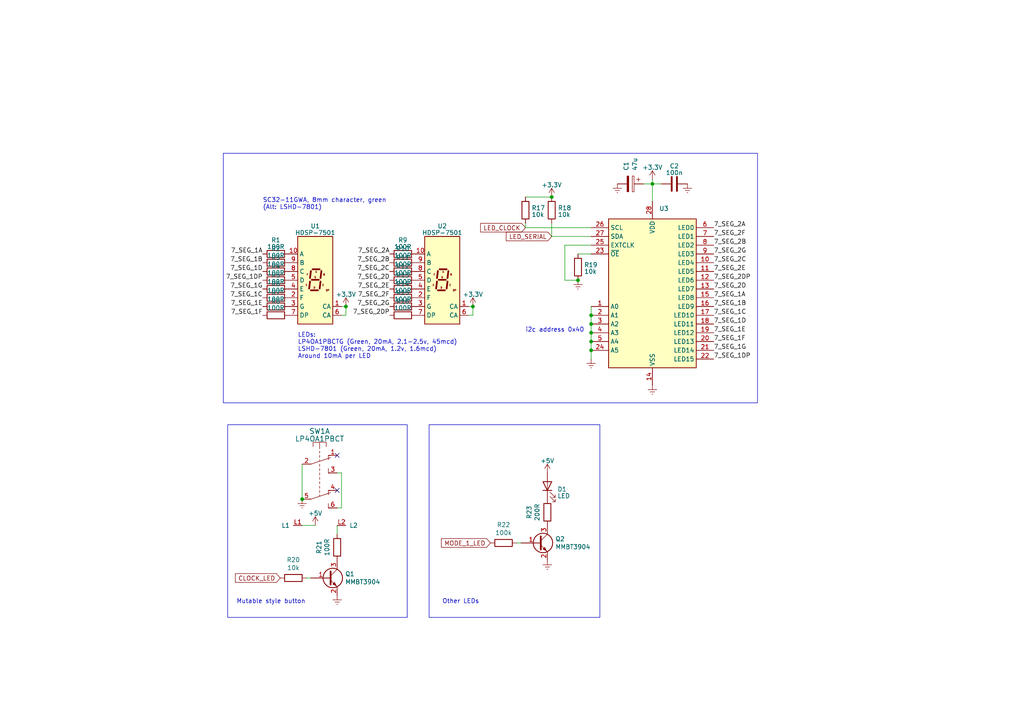
<source format=kicad_sch>
(kicad_sch (version 20230121) (generator eeschema)
  (paper "A4")
  (lib_symbols
    (symbol "+3.3V_1" (power) (pin_names (offset 0))
      (property "Value" "+3.3V_1" (at 0 3.556 0))
      (symbol "+3.3V_1_0_1"
        (polyline (pts (xy -0.762 1.27) (xy 0 2.54)))
        (polyline (pts (xy 0 0) (xy 0 2.54)))
        (polyline (pts (xy 0 2.54) (xy 0.762 1.27)))
      )
      (symbol "+3.3V_1_1_1"
        (pin power_in line (at 0 0 90) (length 0) hide (name "+3.3V") (number "1"))
      )
    )
    (symbol "Device:C" (pin_numbers hide) (pin_names (offset 0.254))
      (property "Reference" "C" (at 0.635 2.54 0))
      (property "Value" "C" (at 0.635 -2.54 0))
      (symbol "C_0_1"
        (polyline (pts (xy -2.032 -0.762) (xy 2.032 -0.762)) (stroke (width 0.508)))
        (polyline (pts (xy -2.032 0.762) (xy 2.032 0.762)) (stroke (width 0.508)))
      )
      (symbol "C_1_1"
        (pin passive line (at 0 3.81 270) (length 2.794) (name "~") (number "1"))
        (pin passive line (at 0 -3.81 90) (length 2.794) (name "~") (number "2"))
      )
    )
    (symbol "Device:C_Polarized" (pin_numbers hide) (pin_names (offset 0.254))
      (property "Reference" "C" (at 0.635 2.54 0))
      (property "Value" "C_Polarized" (at 0.635 -2.54 0))
      (symbol "C_Polarized_0_1"
        (rectangle (start -2.286 0.508) (end 2.286 1.016))
        (polyline (pts (xy -1.778 2.286) (xy -0.762 2.286)))
        (polyline (pts (xy -1.27 2.794) (xy -1.27 1.778)))
        (rectangle (start 2.286 -0.508) (end -2.286 -1.016) (fill (type outline)))
      )
      (symbol "C_Polarized_1_1"
        (pin passive line (at 0 3.81 270) (length 2.794) (name "~") (number "1"))
        (pin passive line (at 0 -3.81 90) (length 2.794) (name "~") (number "2"))
      )
    )
    (symbol "Device:LED" (pin_numbers hide) (pin_names (offset 1.016) hide)
      (property "Reference" "D" (at 0 2.54 0))
      (property "Value" "LED" (at 0 -2.54 0))
      (symbol "LED_0_1"
        (polyline (pts (xy -1.27 -1.27) (xy -1.27 1.27)) (stroke (width 0.254)))
        (polyline (pts (xy -1.27 0) (xy 1.27 0)))
        (polyline (pts (xy 1.27 -1.27) (xy 1.27 1.27) (xy -1.27 0) (xy 1.27 -1.27)) (stroke (width 0.254)))
        (polyline (pts (xy -3.048 -0.762) (xy -4.572 -2.286) (xy -3.81 -2.286) (xy -4.572 -2.286) (xy -4.572 -1.524)))
        (polyline (pts (xy -1.778 -0.762) (xy -3.302 -2.286) (xy -2.54 -2.286) (xy -3.302 -2.286) (xy -3.302 -1.524)))
      )
      (symbol "LED_1_1"
        (pin passive line (at -3.81 0 0) (length 2.54) (name "K") (number "1"))
        (pin passive line (at 3.81 0 180) (length 2.54) (name "A") (number "2"))
      )
    )
    (symbol "Device:R" (pin_numbers hide) (pin_names (offset 0))
      (property "Reference" "R" (at 2.032 0 90))
      (property "Value" "R" (at 0 0 90))
      (symbol "R_0_1"
        (rectangle (start -1.016 -2.54) (end 1.016 2.54) (stroke (width 0.254)))
      )
      (symbol "R_1_1"
        (pin passive line (at 0 3.81 270) (length 1.27) (name "~") (number "1"))
        (pin passive line (at 0 -3.81 90) (length 1.27) (name "~") (number "2"))
      )
    )
    (symbol "Display_Character:HDSP-7501"
      (property "Reference" "U" (at -3.81 13.97 0))
      (property "Value" "HDSP-7501" (at 6.35 13.97 0))
      (symbol "HDSP-7501_1_0"
        (text "A" (at 0.254 2.413 0) (effects (font (size 0.508 0.508))))
        (text "B" (at 2.54 1.651 0) (effects (font (size 0.508 0.508))))
        (text "C" (at 2.286 -1.397 0) (effects (font (size 0.508 0.508))))
        (text "D" (at -0.254 -2.159 0) (effects (font (size 0.508 0.508))))
        (text "DP" (at 3.556 -2.921 0) (effects (font (size 0.508 0.508))))
        (text "E" (at -2.54 -1.397 0) (effects (font (size 0.508 0.508))))
        (text "F" (at -2.286 1.651 0) (effects (font (size 0.508 0.508))))
        (text "G" (at 0 0.889 0) (effects (font (size 0.508 0.508))))
      )
      (symbol "HDSP-7501_1_1"
        (rectangle (start -5.08 12.7) (end 5.08 -12.7) (stroke (width 0.254)) (fill (type background)))
        (polyline (pts (xy -1.524 -0.381) (xy -1.778 -2.413)) (stroke (width 0.508)))
        (polyline (pts (xy -1.27 -2.921) (xy 0.762 -2.921)) (stroke (width 0.508)))
        (polyline (pts (xy -1.27 2.667) (xy -1.524 0.635)) (stroke (width 0.508)))
        (polyline (pts (xy -1.016 0.127) (xy 1.016 0.127)) (stroke (width 0.508)))
        (polyline (pts (xy -0.762 3.175) (xy 1.27 3.175)) (stroke (width 0.508)))
        (polyline (pts (xy 1.524 -0.381) (xy 1.27 -2.413)) (stroke (width 0.508)))
        (polyline (pts (xy 1.778 2.667) (xy 1.524 0.635)) (stroke (width 0.508)))
        (polyline (pts (xy 2.54 -2.921) (xy 2.54 -2.921)) (stroke (width 0.508)))
        (pin input line (at 7.62 -7.62 180) (length 2.54) (name "CA") (number "1"))
        (pin input line (at -7.62 7.62 0) (length 2.54) (name "A") (number "10"))
        (pin input line (at -7.62 -5.08 0) (length 2.54) (name "F") (number "2"))
        (pin input line (at -7.62 -7.62 0) (length 2.54) (name "G") (number "3"))
        (pin input line (at -7.62 -2.54 0) (length 2.54) (name "E") (number "4"))
        (pin input line (at -7.62 0 0) (length 2.54) (name "D") (number "5"))
        (pin input line (at 7.62 -10.16 180) (length 2.54) (name "CA") (number "6"))
        (pin input line (at -7.62 -10.16 0) (length 2.54) (name "DP") (number "7"))
        (pin input line (at -7.62 2.54 0) (length 2.54) (name "C") (number "8"))
        (pin input line (at -7.62 5.08 0) (length 2.54) (name "B") (number "9"))
      )
    )
    (symbol "Divergent Waves:LP4OA1PBCT" (pin_names (offset 1.016))
      (property "Reference" "SW1" (at 7.62 6.35 0))
      (property "Value" "LP4OA1PBCT" (at -6.35 11.43 0))
      (symbol "LP4OA1PBCT_1_0"
        (polyline (pts (xy -3.175 -6.35) (xy -2.54 -6.35)))
        (polyline (pts (xy -3.175 3.81) (xy -2.54 3.81)))
        (polyline (pts (xy -2.54 -6.35) (xy 3.175 -4.445)))
        (polyline (pts (xy -2.54 3.81) (xy 3.175 5.715)))
        (polyline (pts (xy -1.905 10.16) (xy -1.905 8.89)))
        (polyline (pts (xy 0 -5.461) (xy 0 -5.08)))
        (polyline (pts (xy 0 -4.445) (xy 0 -3.81)))
        (polyline (pts (xy 0 -3.175) (xy 0 -2.54)))
        (polyline (pts (xy 0 -1.905) (xy 0 -1.27)))
        (polyline (pts (xy 0 -0.635) (xy 0 0)))
        (polyline (pts (xy 0 0.635) (xy 0 1.27)))
        (polyline (pts (xy 0 1.905) (xy 0 2.54)))
        (polyline (pts (xy 0 3.175) (xy 0 3.81)))
        (polyline (pts (xy 0 4.699) (xy 0 5.08)))
        (polyline (pts (xy 0 5.715) (xy 0 6.35)))
        (polyline (pts (xy 0 6.985) (xy 0 7.62)))
        (polyline (pts (xy 0 10.16) (xy -1.905 10.16)))
        (polyline (pts (xy 0 10.16) (xy 0 8.255)))
        (polyline (pts (xy 1.905 10.16) (xy 0 10.16)))
        (polyline (pts (xy 1.905 10.16) (xy 1.905 8.89)))
        (polyline (pts (xy 2.54 -8.89) (xy 3.175 -8.89)))
        (polyline (pts (xy 2.54 -7.62) (xy 2.54 -8.89)))
        (polyline (pts (xy 2.54 -3.81) (xy 2.54 -5.08)))
        (polyline (pts (xy 2.54 -3.81) (xy 3.175 -3.81)))
        (polyline (pts (xy 2.54 1.27) (xy 3.175 1.27)))
        (polyline (pts (xy 2.54 2.54) (xy 2.54 1.27)))
        (polyline (pts (xy 2.54 6.35) (xy 2.54 5.08)))
        (polyline (pts (xy 2.54 6.35) (xy 3.175 6.35)))
        (pin passive line (at 5.08 6.35 180) (length 2.54) (name "A1") (number "1"))
        (pin passive line (at -5.08 3.81 0) (length 2.54) (name "A2") (number "2"))
        (pin passive line (at 5.08 1.27 180) (length 2.54) (name "A3") (number "3"))
        (pin passive line (at 5.08 -3.81 180) (length 2.54) (name "B1") (number "4"))
        (pin passive line (at -5.08 -6.35 0) (length 2.54) (name "B2") (number "5"))
        (pin passive line (at 5.08 -8.89 180) (length 2.54) (name "B3") (number "6"))
      )
      (symbol "LP4OA1PBCT_1_1"
        (pin input line (at -5.08 -13.97 180) (length 2.54) (name "L1") (number "L1"))
        (pin output line (at 5.08 -13.97 0) (length 2.54) (name "L2") (number "L2"))
      )
      (symbol "LP4OA1PBCT_2_0"
        (polyline (pts (xy -2.032 1.778) (xy -3.429 0.381)))
        (polyline (pts (xy -1.905 0.635) (xy -3.302 -0.762)))
        (polyline (pts (xy 0 0) (xy -1.27 0)))
        (polyline (pts (xy 0 0) (xy -1.27 2.54)))
        (polyline (pts (xy 0 2.54) (xy -1.27 2.54)))
        (polyline (pts (xy 0 2.54) (xy 0 0)))
        (polyline (pts (xy 1.27 0) (xy 0 0)))
        (polyline (pts (xy 1.27 2.54) (xy 0 0)))
        (polyline (pts (xy 1.27 2.54) (xy 0 2.54)))
        (polyline (pts (xy -3.429 0.381) (xy -3.048 1.27) (xy -2.54 0.762)) (fill (type outline)))
        (polyline (pts (xy -3.302 -0.762) (xy -2.921 0.127) (xy -2.413 -0.381)) (fill (type outline)))
        (pin passive line (at 0 5.08 270) (length 2.54) (name "L1") (number "L1"))
        (pin passive line (at 0 -2.54 90) (length 2.54) (name "L2") (number "L2"))
      )
    )
    (symbol "Driver_LED:PCA9685PW"
      (property "Reference" "U" (at -12.7 22.225 0))
      (property "Value" "PCA9685PW" (at 1.27 22.225 0))
      (symbol "PCA9685PW_0_1"
        (rectangle (start -12.7 20.32) (end 12.7 -22.86) (stroke (width 0.254)) (fill (type background)))
      )
      (symbol "PCA9685PW_1_1"
        (pin input line (at -17.78 -5.08 0) (length 5.08) (name "A0") (number "1"))
        (pin output line (at 17.78 7.62 180) (length 5.08) (name "LED4") (number "10"))
        (pin output line (at 17.78 5.08 180) (length 5.08) (name "LED5") (number "11"))
        (pin output line (at 17.78 2.54 180) (length 5.08) (name "LED6") (number "12"))
        (pin output line (at 17.78 0 180) (length 5.08) (name "LED7") (number "13"))
        (pin power_in line (at 0 -27.94 90) (length 5.08) (name "VSS") (number "14"))
        (pin output line (at 17.78 -2.54 180) (length 5.08) (name "LED8") (number "15"))
        (pin output line (at 17.78 -5.08 180) (length 5.08) (name "LED9") (number "16"))
        (pin output line (at 17.78 -7.62 180) (length 5.08) (name "LED10") (number "17"))
        (pin output line (at 17.78 -10.16 180) (length 5.08) (name "LED11") (number "18"))
        (pin output line (at 17.78 -12.7 180) (length 5.08) (name "LED12") (number "19"))
        (pin input line (at -17.78 -7.62 0) (length 5.08) (name "A1") (number "2"))
        (pin output line (at 17.78 -15.24 180) (length 5.08) (name "LED13") (number "20"))
        (pin output line (at 17.78 -17.78 180) (length 5.08) (name "LED14") (number "21"))
        (pin output line (at 17.78 -20.32 180) (length 5.08) (name "LED15") (number "22"))
        (pin input line (at -17.78 10.16 0) (length 5.08) (name "~{OE}") (number "23"))
        (pin input line (at -17.78 -17.78 0) (length 5.08) (name "A5") (number "24"))
        (pin input line (at -17.78 12.7 0) (length 5.08) (name "EXTCLK") (number "25"))
        (pin input line (at -17.78 17.78 0) (length 5.08) (name "SCL") (number "26"))
        (pin bidirectional line (at -17.78 15.24 0) (length 5.08) (name "SDA") (number "27"))
        (pin power_in line (at 0 25.4 270) (length 5.08) (name "VDD") (number "28"))
        (pin input line (at -17.78 -10.16 0) (length 5.08) (name "A2") (number "3"))
        (pin input line (at -17.78 -12.7 0) (length 5.08) (name "A3") (number "4"))
        (pin input line (at -17.78 -15.24 0) (length 5.08) (name "A4") (number "5"))
        (pin output line (at 17.78 17.78 180) (length 5.08) (name "LED0") (number "6"))
        (pin output line (at 17.78 15.24 180) (length 5.08) (name "LED1") (number "7"))
        (pin output line (at 17.78 12.7 180) (length 5.08) (name "LED2") (number "8"))
        (pin output line (at 17.78 10.16 180) (length 5.08) (name "LED3") (number "9"))
      )
    )
    (symbol "Transistor_BJT:MMBT3904" (pin_names (offset 0) hide)
      (property "Reference" "Q" (at 5.08 1.905 0))
      (property "Value" "MMBT3904" (at 5.08 0 0))
      (symbol "MMBT3904_0_1"
        (polyline (pts (xy 0.635 0.635) (xy 2.54 2.54)))
        (polyline (pts (xy 0.635 -0.635) (xy 2.54 -2.54) (xy 2.54 -2.54)))
        (polyline (pts (xy 0.635 1.905) (xy 0.635 -1.905) (xy 0.635 -1.905)) (stroke (width 0.508)))
        (polyline (pts (xy 1.27 -1.778) (xy 1.778 -1.27) (xy 2.286 -2.286) (xy 1.27 -1.778) (xy 1.27 -1.778)) (fill (type outline)))
        (circle (center 1.27 0) (radius 2.8194) (stroke (width 0.254)))
      )
      (symbol "MMBT3904_1_1"
        (pin input line (at -5.08 0 0) (length 5.715) (name "B") (number "1"))
        (pin passive line (at 2.54 -5.08 90) (length 2.54) (name "E") (number "2"))
        (pin passive line (at 2.54 5.08 270) (length 2.54) (name "C") (number "3"))
      )
    )
    (symbol "power:+5V" (power) (pin_names (offset 0))
      (property "Value" "+5V" (at 0 3.556 0))
      (symbol "+5V_0_1"
        (polyline (pts (xy -0.762 1.27) (xy 0 2.54)))
        (polyline (pts (xy 0 0) (xy 0 2.54)))
        (polyline (pts (xy 0 2.54) (xy 0.762 1.27)))
      )
      (symbol "+5V_1_1"
        (pin power_in line (at 0 0 90) (length 0) hide (name "+5V") (number "1"))
      )
    )
    (symbol "power:Earth" (power) (pin_names (offset 0))
      (symbol "Earth_0_1"
        (polyline (pts (xy -0.635 -1.905) (xy 0.635 -1.905)))
        (polyline (pts (xy -0.127 -2.54) (xy 0.127 -2.54)))
        (polyline (pts (xy 0 -1.27) (xy 0 0)))
        (polyline (pts (xy 1.27 -1.27) (xy -1.27 -1.27)))
      )
      (symbol "Earth_1_1"
        (pin power_in line (at 0 0 270) (length 0) hide (name "Earth") (number "1"))
      )
    )
  )
  (junction (at 100.33 88.9))
  (junction (at 171.45 91.44))
  (junction (at 137.16 88.9))
  (junction (at 171.45 93.98))
  (junction (at 167.64 81.28))
  (junction (at 171.45 96.52))
  (junction (at 160.02 57.15))
  (junction (at 189.23 53.34))
  (junction (at 87.63 144.78))
  (junction (at 171.45 101.6))
  (junction (at 171.45 99.06))
  (no_connect (at 97.79 132.08))
  (no_connect (at 97.79 142.24))
  (wire (pts (xy 97.79 137.16) (xy 99.06 137.16)))
  (wire (pts (xy 160.02 68.58) (xy 171.45 68.58)))
  (wire (pts (xy 160.02 64.77) (xy 160.02 68.58)))
  (wire (pts (xy 171.45 99.06) (xy 171.45 101.6)))
  (wire (pts (xy 163.83 71.12) (xy 163.83 81.28)))
  (wire (pts (xy 137.16 88.9) (xy 135.89 88.9)))
  (wire (pts (xy 171.45 93.98) (xy 171.45 96.52)))
  (wire (pts (xy 137.16 88.9) (xy 137.16 91.44)))
  (wire (pts (xy 152.4 57.15) (xy 160.02 57.15)))
  (wire (pts (xy 99.06 137.16) (xy 99.06 147.32)))
  (wire (pts (xy 171.45 71.12) (xy 163.83 71.12)))
  (wire (pts (xy 171.45 96.52) (xy 171.45 99.06)))
  (wire (pts (xy 163.83 81.28) (xy 167.64 81.28)))
  (wire (pts (xy 189.23 53.34) (xy 189.23 58.42)))
  (wire (pts (xy 88.9 167.64) (xy 90.17 167.64)))
  (wire (pts (xy 99.06 147.32) (xy 97.79 147.32)))
  (wire (pts (xy 152.4 66.04) (xy 171.45 66.04)))
  (wire (pts (xy 100.33 88.9) (xy 100.33 91.44)))
  (wire (pts (xy 171.45 88.9) (xy 171.45 91.44)))
  (wire (pts (xy 137.16 91.44) (xy 135.89 91.44)))
  (wire (pts (xy 100.33 88.9) (xy 99.06 88.9)))
  (wire (pts (xy 87.63 134.62) (xy 87.63 144.78)))
  (wire (pts (xy 97.79 152.4) (xy 97.79 154.94)))
  (wire (pts (xy 100.33 91.44) (xy 99.06 91.44)))
  (wire (pts (xy 189.23 53.34) (xy 191.77 53.34)))
  (wire (pts (xy 189.23 52.07) (xy 189.23 53.34)))
  (wire (pts (xy 87.63 152.4) (xy 91.44 152.4)))
  (wire (pts (xy 171.45 91.44) (xy 171.45 93.98)))
  (wire (pts (xy 149.86 157.48) (xy 151.13 157.48)))
  (wire (pts (xy 152.4 64.77) (xy 152.4 66.04)))
  (wire (pts (xy 186.69 53.34) (xy 189.23 53.34)))
  (wire (pts (xy 171.45 101.6) (xy 171.45 104.14)))
  (wire (pts (xy 167.64 73.66) (xy 171.45 73.66)))
  (rectangle (start 64.77 44.45) (end 219.71 116.84))
  (rectangle (start 124.46 123.19) (end 173.99 179.07))
  (rectangle (start 66.04 123.19) (end 118.11 179.07))
  (text "Other LEDs" (at 128.27 175.26 0) (effects (font (size 1.27 1.27)) (justify left bottom)))
  (text "Mutable style button" (at 68.58 175.26 0) (effects (font (size 1.27 1.27)) (justify left bottom)))
  (text "LEDs:\nLP4OA1PBCTG (Green, 20mA, 2.1-2.5v, 45mcd)\nLSHD-7801 (Green, 20mA, 1.2v, 1.6mcd)\nAround 10mA per LED" (at 86.36 104.14 0) (effects (font (size 1.27 1.27)) (justify left bottom)))
  (text "SC32-11GWA, 8mm character, green\n(Alt: LSHD-7801)" (at 76.2 60.96 0) (effects (font (size 1.27 1.27)) (justify left bottom)))
  (text "i2c address 0x40" (at 152.4 96.52 0) (effects (font (size 1.27 1.27)) (justify left bottom)))
  (label "7_SEG_2G" (at 207.01 73.66 0))
  (label "7_SEG_2DP" (at 113.03 91.44 180))
  (label "7_SEG_1A" (at 76.2 73.66 180))
  (label "7_SEG_1B" (at 76.2 76.2 180))
  (label "7_SEG_1C" (at 76.2 86.36 180))
  (label "7_SEG_2C" (at 207.01 76.2 0))
  (label "7_SEG_2D" (at 207.01 83.82 0))
  (label "7_SEG_1F" (at 207.01 99.06 0))
  (label "7_SEG_2C" (at 113.03 78.74 180))
  (label "7_SEG_2E" (at 207.01 78.74 0))
  (label "7_SEG_1G" (at 76.2 83.82 180))
  (label "7_SEG_1DP" (at 76.2 81.28 180))
  (label "7_SEG_2B" (at 207.01 71.12 0))
  (label "7_SEG_2E" (at 113.03 83.82 180))
  (label "7_SEG_2DP" (at 207.01 81.28 0))
  (label "7_SEG_2F" (at 113.03 86.36 180))
  (label "7_SEG_1C" (at 207.01 91.44 0))
  (label "7_SEG_1E" (at 207.01 96.52 0))
  (label "7_SEG_2A" (at 207.01 66.04 0))
  (label "7_SEG_1A" (at 207.01 86.36 0))
  (label "7_SEG_1E" (at 76.2 88.9 180))
  (label "7_SEG_1G" (at 207.01 101.6 0))
  (label "7_SEG_1F" (at 76.2 91.44 180))
  (label "7_SEG_2G" (at 113.03 88.9 180))
  (label "7_SEG_1B" (at 207.01 88.9 0))
  (label "7_SEG_2F" (at 207.01 68.58 0))
  (label "7_SEG_2A" (at 113.03 73.66 180))
  (label "7_SEG_2B" (at 113.03 76.2 180))
  (label "7_SEG_1D" (at 76.2 78.74 180))
  (label "7_SEG_1D" (at 207.01 93.98 0))
  (label "7_SEG_1DP" (at 207.01 104.14 0))
  (label "7_SEG_2D" (at 113.03 81.28 180))
  (global_label "LED_CLOCK" (shape input) (at 152.4 66.04 180) (property "Intersheetrefs" "${INTERSHEET_REFS}" (effects hide)))
  (global_label "MODE_1_LED" (shape input) (at 142.24 157.48 180) (property "Intersheetrefs" "${INTERSHEET_REFS}" (effects hide)))
  (global_label "CLOCK_LED" (shape input) (at 81.28 167.64 180) (property "Intersheetrefs" "${INTERSHEET_REFS}" (effects hide)))
  (global_label "LED_SERIAL" (shape input) (at 160.02 68.58 180) (property "Intersheetrefs" "${INTERSHEET_REFS}" (effects hide)))
  (symbol (lib_id "Device:R") (at 80.01 76.2 90) (unit 1)
    (property "Reference" "R2" (at 80.01 72.1741 90))
    (property "Value" "100R" (at 80.01 74.0951 90))
    (property "Footprint" "Resistor_SMD:R_0603_1608Metric" (effects hide))
  )
  (symbol (lib_id "Device:R") (at 116.84 86.36 90) (unit 1)
    (property "Reference" "R14" (at 116.84 82.3341 90))
    (property "Value" "100R" (at 116.84 84.2551 90))
    (property "Footprint" "Resistor_SMD:R_0603_1608Metric" (effects hide))
  )
  (symbol (lib_id "power:Earth") (at 199.39 53.34 0) (unit 1)
    (property "Reference" "#PWR09" (effects hide))
    (property "Value" "Earth" (effects hide))
  )
  (symbol (lib_id "Display_Character:HDSP-7501") (at 91.44 81.28 0) (unit 1)
    (property "Reference" "U1" (at 91.44 65.5701 0))
    (property "Value" "HDSP-7501" (at 91.44 67.4911 0))
    (property "Footprint" "Display_7Segment:HDSP-A151" (effects hide))
    (property "Datasheet" "https://docs.broadcom.com/docs/AV02-2553EN" (effects hide))
  )
  (symbol (lib_id "Device:R") (at 116.84 88.9 90) (unit 1)
    (property "Reference" "R15" (at 116.84 84.8741 90))
    (property "Value" "100R" (at 116.84 86.7951 90))
    (property "Footprint" "Resistor_SMD:R_0603_1608Metric" (effects hide))
  )
  (symbol (lib_id "Device:R") (at 116.84 83.82 90) (unit 1)
    (property "Reference" "R13" (at 116.84 79.7941 90))
    (property "Value" "100R" (at 116.84 81.7151 90))
    (property "Footprint" "Resistor_SMD:R_0603_1608Metric" (effects hide))
  )
  (symbol (lib_id "Device:R") (at 80.01 91.44 90) (unit 1)
    (property "Reference" "R8" (at 80.01 87.4141 90))
    (property "Value" "100R" (at 80.01 89.3351 90))
    (property "Footprint" "Resistor_SMD:R_0603_1608Metric" (effects hide))
  )
  (symbol (lib_id "Device:R") (at 97.79 158.75 0) (unit 1)
    (property "Reference" "R21" (at 92.5322 158.75 90))
    (property "Value" "100R" (at 94.8436 158.75 90))
    (property "Footprint" "Resistor_SMD:R_0603_1608Metric" (effects hide))
  )
  (symbol (lib_id "Device:LED") (at 158.75 140.97 90) (unit 1)
    (property "Reference" "D1" (at 161.671 141.9138 90) (effects (justify right)))
    (property "Value" "LED" (at 161.671 143.8348 90) (effects (justify right)))
    (property "Footprint" "LED_SMD:LED_0805_2012Metric" (effects hide))
  )
  (symbol (lib_id "Device:R") (at 160.02 60.96 0) (unit 1)
    (property "Reference" "R18" (at 161.798 60.3163 0) (effects (justify left)))
    (property "Value" "10k" (at 161.798 62.2373 0) (effects (justify left)))
    (property "Footprint" "Resistor_SMD:R_0603_1608Metric" (effects hide))
  )
  (symbol (lib_id "Device:R") (at 116.84 76.2 90) (unit 1)
    (property "Reference" "R10" (at 116.84 72.1741 90))
    (property "Value" "100R" (at 116.84 74.0951 90))
    (property "Footprint" "Resistor_SMD:R_0603_1608Metric" (effects hide))
  )
  (symbol (lib_id "Transistor_BJT:MMBT3904") (at 95.25 167.64 0) (unit 1)
    (property "Reference" "Q1" (at 100.1014 166.4716 0) (effects (justify left)))
    (property "Value" "MMBT3904" (at 100.1014 168.783 0) (effects (justify left)))
    (property "Footprint" "Package_TO_SOT_SMD:SOT-23" (effects hide))
    (property "Datasheet" "https://www.fairchildsemi.com/datasheets/2N/2N3904.pdf" (effects hide))
  )
  (symbol (lib_id "Device:R") (at 158.75 148.59 0) (unit 1)
    (property "Reference" "R23" (at 153.4922 148.59 90))
    (property "Value" "200R" (at 155.8036 148.59 90))
    (property "Footprint" "Resistor_SMD:R_0603_1608Metric" (effects hide))
  )
  (symbol (lib_id "power:+5V") (at 158.75 137.16 0) (unit 1)
    (property "Reference" "#PWR013" (effects hide))
    (property "Value" "+5V" (at 158.75 133.6581 0))
  )
  (symbol (lib_id "Device:C") (at 195.58 53.34 90) (unit 1)
    (property "Reference" "C2" (at 195.58 48.1711 90))
    (property "Value" "100n" (at 195.58 50.0921 90))
    (property "Footprint" "Capacitor_SMD:C_0603_1608Metric" (effects hide))
  )
  (symbol (lib_id "power:Earth") (at 171.45 104.14 0) (unit 1)
    (property "Reference" "#PWR05" (effects hide))
    (property "Value" "Earth" (effects hide))
  )
  (symbol (lib_id "Device:R") (at 80.01 78.74 90) (unit 1)
    (property "Reference" "R3" (at 80.01 74.7141 90))
    (property "Value" "100R" (at 80.01 76.6351 90))
    (property "Footprint" "Resistor_SMD:R_0603_1608Metric" (effects hide))
  )
  (symbol (lib_id "Device:R") (at 116.84 81.28 90) (unit 1)
    (property "Reference" "R12" (at 116.84 77.2541 90))
    (property "Value" "100R" (at 116.84 79.1751 90))
    (property "Footprint" "Resistor_SMD:R_0603_1608Metric" (effects hide))
  )
  (symbol (lib_id "power:Earth") (at 179.07 53.34 0) (unit 1)
    (property "Reference" "#PWR06" (effects hide))
    (property "Value" "Earth" (effects hide))
  )
  (symbol (lib_id "Device:R") (at 116.84 73.66 90) (unit 1)
    (property "Reference" "R9" (at 116.84 69.6341 90))
    (property "Value" "100R" (at 116.84 71.5551 90))
    (property "Footprint" "Resistor_SMD:R_0603_1608Metric" (effects hide))
  )
  (symbol (lib_id "Device:R") (at 80.01 73.66 90) (unit 1)
    (property "Reference" "R1" (at 80.01 69.6341 90))
    (property "Value" "100R" (at 80.01 71.5551 90))
    (property "Footprint" "Resistor_SMD:R_0603_1608Metric" (effects hide))
  )
  (symbol (lib_id "Device:R") (at 80.01 83.82 90) (unit 1)
    (property "Reference" "R5" (at 80.01 79.7941 90))
    (property "Value" "100R" (at 80.01 81.7151 90))
    (property "Footprint" "Resistor_SMD:R_0603_1608Metric" (effects hide))
  )
  (symbol (lib_id "Divergent Waves:LP4OA1PBCT") (at 92.71 138.43 0) (unit 1)
    (property "Reference" "SW1" (at 92.71 125.0512 0) (effects (font (size 1.4986 1.4986))))
    (property "Value" "LP4OA1PBCT" (at 92.71 127.272 0) (effects (font (size 1.4986 1.4986))))
    (property "Footprint" "Divergent:LP4OA1PBCT" (effects hide))
  )
  (symbol (lib_id "power:+5V") (at 91.44 152.4 0) (unit 1)
    (property "Reference" "#PWR011" (effects hide))
    (property "Value" "+5V" (at 91.44 148.8981 0))
  )
  (symbol (lib_id "Driver_LED:PCA9685PW") (at 189.23 83.82 0) (unit 1)
    (property "Reference" "U3" (at 191.1859 60.4901 0) (effects (justify left)))
    (property "Value" "PCA9685PW" (effects hide))
    (property "Footprint" "Package_SO:TSSOP-28_4.4x9.7mm_P0.65mm" (effects hide))
    (property "Datasheet" "http://www.nxp.com/documents/data_sheet/PCA9685.pdf" (effects hide))
  )
  (symbol (lib_id "Device:R") (at 116.84 78.74 90) (unit 1)
    (property "Reference" "R11" (at 116.84 74.7141 90))
    (property "Value" "100R" (at 116.84 76.6351 90))
    (property "Footprint" "Resistor_SMD:R_0603_1608Metric" (effects hide))
  )
  (symbol (lib_id "Device:R") (at 116.84 91.44 90) (unit 1)
    (property "Reference" "R16" (at 116.84 87.4141 90))
    (property "Value" "100R" (at 116.84 89.3351 90))
    (property "Footprint" "Resistor_SMD:R_0603_1608Metric" (effects hide))
  )
  (symbol (lib_id "Device:R") (at 146.05 157.48 270) (unit 1)
    (property "Reference" "R22" (at 146.05 152.2222 90))
    (property "Value" "100k" (at 146.05 154.5336 90))
    (property "Footprint" "Resistor_SMD:R_0603_1608Metric" (effects hide))
  )
  (symbol (lib_id "Device:R") (at 152.4 60.96 0) (unit 1)
    (property "Reference" "R17" (at 154.178 60.3163 0) (effects (justify left)))
    (property "Value" "10k" (at 154.178 62.2373 0) (effects (justify left)))
    (property "Footprint" "Resistor_SMD:R_0603_1608Metric" (effects hide))
  )
  (symbol (lib_id "Transistor_BJT:MMBT3904") (at 156.21 157.48 0) (unit 1)
    (property "Reference" "Q2" (at 161.0614 156.3116 0) (effects (justify left)))
    (property "Value" "MMBT3904" (at 161.0614 158.623 0) (effects (justify left)))
    (property "Footprint" "Package_TO_SOT_SMD:SOT-23" (effects hide))
    (property "Datasheet" "https://www.fairchildsemi.com/datasheets/2N/2N3904.pdf" (effects hide))
  )
  (symbol (lib_id "Device:R") (at 80.01 88.9 90) (unit 1)
    (property "Reference" "R7" (at 80.01 84.8741 90))
    (property "Value" "100R" (at 80.01 86.7951 90))
    (property "Footprint" "Resistor_SMD:R_0603_1608Metric" (effects hide))
  )
  (symbol (lib_name "+3.3V_1") (lib_id "power:+3.3V") (at 137.16 88.9 0) (unit 1)
    (property "Reference" "#PWR02" (effects hide))
    (property "Value" "+3.3V" (at 137.16 85.3981 0))
  )
  (symbol (lib_id "power:Earth") (at 167.64 81.28 0) (unit 1)
    (property "Reference" "#PWR04" (effects hide))
    (property "Value" "Earth" (effects hide))
  )
  (symbol (lib_id "power:Earth") (at 158.75 162.56 0) (unit 1)
    (property "Reference" "#PWR014" (effects hide))
    (property "Value" "Earth" (effects hide))
  )
  (symbol (lib_id "Device:C_Polarized") (at 182.88 53.34 270) (unit 1)
    (property "Reference" "C1" (at 181.61 49.53 0) (effects (justify right)))
    (property "Value" "47u" (at 184.15 49.53 0) (effects (justify right)))
    (property "Footprint" "Capacitor_SMD:CP_Elec_5x5.4" (effects hide))
  )
  (symbol (lib_id "Device:R") (at 80.01 81.28 90) (unit 1)
    (property "Reference" "R4" (at 80.01 77.2541 90))
    (property "Value" "100R" (at 80.01 79.1751 90))
    (property "Footprint" "Resistor_SMD:R_0603_1608Metric" (effects hide))
  )
  (symbol (lib_id "power:Earth") (at 97.79 172.72 0) (unit 1)
    (property "Reference" "#PWR012" (effects hide))
    (property "Value" "Earth" (effects hide))
  )
  (symbol (lib_id "power:Earth") (at 87.63 144.78 0) (unit 1)
    (property "Reference" "#PWR010" (effects hide))
    (property "Value" "Earth" (effects hide))
  )
  (symbol (lib_id "Device:R") (at 85.09 167.64 270) (unit 1)
    (property "Reference" "R20" (at 85.09 162.3822 90))
    (property "Value" "10k" (at 85.09 164.6936 90))
    (property "Footprint" "Resistor_SMD:R_0603_1608Metric" (effects hide))
  )
  (symbol (lib_id "Display_Character:HDSP-7501") (at 128.27 81.28 0) (unit 1)
    (property "Reference" "U2" (at 128.27 65.5701 0))
    (property "Value" "HDSP-7501" (at 128.27 67.4911 0))
    (property "Footprint" "Display_7Segment:HDSP-A151" (effects hide))
    (property "Datasheet" "https://docs.broadcom.com/docs/AV02-2553EN" (effects hide))
  )
  (symbol (lib_id "Device:R") (at 80.01 86.36 90) (unit 1)
    (property "Reference" "R6" (at 80.01 82.3341 90))
    (property "Value" "100R" (at 80.01 84.2551 90))
    (property "Footprint" "Resistor_SMD:R_0603_1608Metric" (effects hide))
  )
  (symbol (lib_name "+3.3V_1") (lib_id "power:+3.3V") (at 160.02 57.15 0) (unit 1)
    (property "Reference" "#PWR03" (effects hide))
    (property "Value" "+3.3V" (at 160.02 53.6481 0))
  )
  (symbol (lib_name "+3.3V_1") (lib_id "power:+3.3V") (at 189.23 52.07 0) (unit 1)
    (property "Reference" "#PWR07" (effects hide))
    (property "Value" "+3.3V" (at 189.23 48.5681 0))
  )
  (symbol (lib_id "power:Earth") (at 189.23 111.76 0) (unit 1)
    (property "Reference" "#PWR08" (effects hide))
    (property "Value" "Earth" (effects hide))
  )
  (symbol (lib_id "Device:R") (at 167.64 77.47 0) (unit 1)
    (property "Reference" "R19" (at 169.418 76.8263 0) (effects (justify left)))
    (property "Value" "10k" (at 169.418 78.7473 0) (effects (justify left)))
    (property "Footprint" "Resistor_SMD:R_0603_1608Metric" (effects hide))
  )
  (symbol (lib_name "+3.3V_1") (lib_id "power:+3.3V") (at 100.33 88.9 0) (unit 1)
    (property "Reference" "#PWR01" (effects hide))
    (property "Value" "+3.3V" (at 100.33 85.3981 0))
  )
)
</source>
